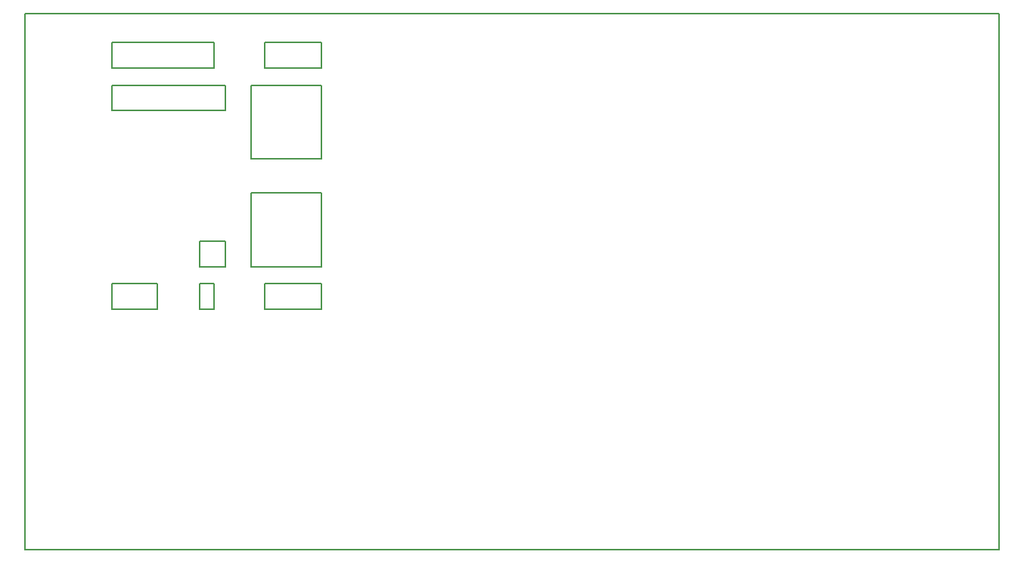
<source format=gbr>
%FSLAX34Y34*%
%MOMM*%
%LNOUTLINE*%
G71*
G01*
%ADD10C, 0.200*%
%LPD*%
G54D10*
X1220000Y680000D02*
X1220000Y80000D01*
X130000Y80000D01*
X130000Y680000D01*
X1220000Y680000D01*
G54D10*
X341150Y647725D02*
X341150Y619150D01*
X226850Y619150D01*
X226850Y647725D01*
X341150Y647725D01*
G54D10*
X353850Y600100D02*
X353850Y571525D01*
X226850Y571525D01*
X226850Y600100D01*
X353850Y600100D01*
G54D10*
X461800Y647725D02*
X398300Y647725D01*
X398300Y619150D01*
X461800Y619150D01*
X461800Y647725D01*
G54D10*
X461800Y600100D02*
X382425Y600100D01*
X382425Y517550D01*
X461800Y517550D01*
X461800Y600100D01*
G54D10*
X277650Y377850D02*
X277650Y349275D01*
X226850Y349275D01*
X226850Y377850D01*
X277650Y377850D01*
G54D10*
X341150Y377850D02*
X341150Y349275D01*
X325275Y349275D01*
X325275Y377850D01*
X341150Y377850D01*
G54D10*
X325275Y425475D02*
X325275Y396900D01*
X353850Y396900D01*
X353850Y425475D01*
X325275Y425475D01*
G54D10*
X461800Y377850D02*
X461800Y349275D01*
X398300Y349275D01*
X398300Y377850D01*
X461800Y377850D01*
G54D10*
X461800Y479450D02*
X461800Y396900D01*
X382425Y396900D01*
X382425Y479450D01*
X461800Y479450D01*
M02*

</source>
